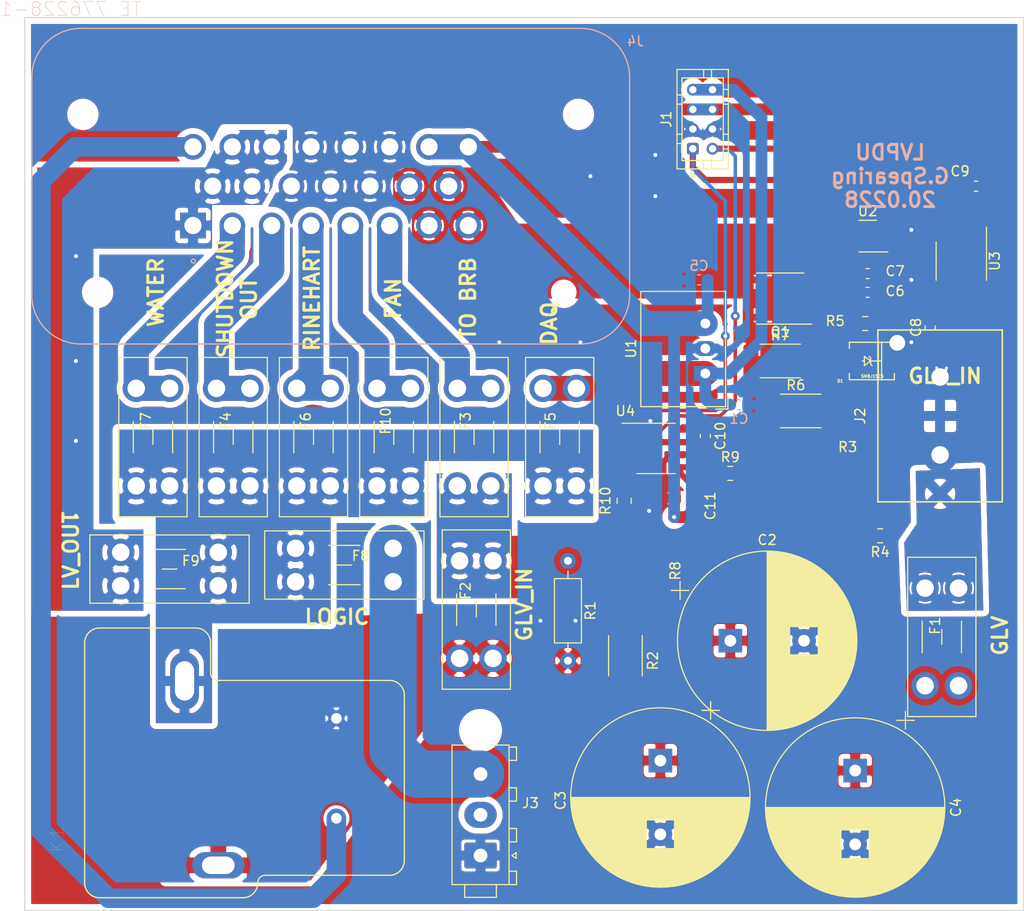
<source format=kicad_pcb>
(kicad_pcb (version 20171130) (host pcbnew 5.1.5-52549c5~84~ubuntu18.04.1)
  (layers (0 F.Cu signal) (31 B.Cu signal) (34 B.Paste user) (35 F.Paste user) (36 B.SilkS user) (37 F.SilkS user) (38 B.Mask user) (39 F.Mask user) (44 Edge.Cuts user))
  (net 0 "")
  (net 1 /SHUTDOWN_OUT)
  (net 2 +12V)
  (net 3 /RINE_PWR)
  (net 4 /COOL_PWR)
  (net 5 /LV_PWR)
  (net 6 /FAN_PWR)
  (net 7 /TO_BRB)
  (net 8 /GLV_IN)
  (net 9 /DCDC_IN)
  (net 10 GND)
  (net 11 +5V)
  (net 12 /FROM_BRB)
  (net 13 /DAQ_PWR)
  (net 14 /VCAP_AB)
  (net 15 /GLV_COMB/VBATT_CUROUT)
  (net 16 "Net-(C7-Pad1)")
  (net 17 "Net-(C8-Pad2)")
  (net 18 "Net-(C8-Pad1)")
  (net 19 "Net-(C10-Pad2)")
  (net 20 "Net-(C10-Pad1)")
  (net 21 /GLV_COMB/VBATT)
  (net 22 /BATT_IN)
  (net 23 /LOGIC)
  (net 24 /SCL)
  (net 25 /SDA)
  (net 26 "Net-(Q1-Pad2)")
  (net 27 /Main_GLV)
  (module AERO_FOOT:DF22-2P-7.92DSA05 (layer F.Cu) (at 201.676 64.008 90)
    (fp_text reference J2 (at 0 -8.128 90) (layer F.SilkS))
    (fp_text value "DF22-2P-7.92DSA(05)")
    (pad 1 thru_hole circle (at 3.96 0 180) (size 3.556 3.556) (drill 1.778) (layers *.Cu *.Mask) (net 10 GND))
    (pad 2 thru_hole circle (at -3.96 0 180) (size 3.556 3.556) (drill 1.778) (layers *.Cu *.Mask) (net 22 /BATT_IN))
    (pad "" np_thru_hole circle (at 7.434986 -4.350004 90) (size 1.6002 1.6002) (drill 1.6002) (layers *.Cu *.Mask))
  )
  (module AERO_FOOT:KRL6432E-M-R003-F-T1 (layer F.Cu) (at 171.45 79.375 180)
    (fp_text reference R8 (at -3.302 -0.381 90) (layer F.SilkS))
    (fp_text value KRL6432E-M-R003-F-T1)
    (pad 1 smd rect (at -1.127801 0 180) (size 1.7556 6.5) (layers F.Cu F.Paste F.Mask) (net 9 /DCDC_IN))
    (pad 2 smd rect (at 1.127801 0 180) (size 1.7556 6.5) (layers F.Cu F.Paste F.Mask) (net 8 /GLV_IN))
  )
  (module AERO_FOOT:KRL6432E-M-R003-F-T1 (layer F.Cu) (at 192.024 70.215801 90)
    (fp_text reference R3 (at 3.048 0.254 180) (layer F.SilkS))
    (fp_text value KRL6432E-M-R003-F-T1)
    (pad 1 smd rect (at -1.127801 0 90) (size 1.7556 6.5) (layers F.Cu F.Paste F.Mask) (net 21 /GLV_COMB/VBATT))
    (pad 2 smd rect (at 1.127801 0 90) (size 1.7556 6.5) (layers F.Cu F.Paste F.Mask) (net 15 /GLV_COMB/VBATT_CUROUT))
  )
  (module AERO_CUSTOM:TE_1-776200-1_23pin_Vertical (layer B.Cu) (at 139.7 40.64)
    (fp_text reference J4 (at 30.988 -14.732) (layer B.SilkS) (effects (justify mirror)))
    (fp_text value "TE 776228-1" (at -26.4509 -18.0258) (layer B.SilkS) (effects (font (size 1.4021 1.4021) (thickness 0.05)) (justify mirror)))
    (pad Hole np_thru_hole circle (at 25.2 -7.3) (size 2 2) (drill 2) (layers *.Cu *.Mask B.SilkS))
    (pad Hole np_thru_hole circle (at -25.2 -7.3) (size 2 2) (drill 2) (layers *.Cu *.Mask B.SilkS))
    (pad Hole np_thru_hole circle (at 23.7 10.8) (size 2 2) (drill 2) (layers *.Cu *.Mask B.SilkS))
    (pad 23 thru_hole circle (at 14 -4) (size 2.625 2.625) (drill 1.75) (layers *.Cu *.Mask) (net 11 +5V))
    (pad 22 thru_hole circle (at 10 -4) (size 2.625 2.625) (drill 1.75) (layers *.Cu *.Mask) (net 11 +5V))
    (pad 21 thru_hole circle (at 6 -4) (size 2.625 2.625) (drill 1.75) (layers *.Cu *.Mask) (net 10 GND))
    (pad 20 thru_hole circle (at 2 -4) (size 2.625 2.625) (drill 1.75) (layers *.Cu *.Mask) (net 10 GND))
    (pad 19 thru_hole circle (at -2 -4) (size 2.625 2.625) (drill 1.75) (layers *.Cu *.Mask) (net 10 GND))
    (pad 18 thru_hole circle (at -6 -4) (size 2.625 2.625) (drill 1.75) (layers *.Cu *.Mask) (net 5 /LV_PWR))
    (pad 17 thru_hole circle (at -10 -4) (size 2.625 2.625) (drill 1.75) (layers *.Cu *.Mask) (net 5 /LV_PWR))
    (pad 16 thru_hole circle (at -14 -4) (size 2.625 2.625) (drill 1.75) (layers *.Cu *.Mask) (net 12 /FROM_BRB))
    (pad 15 thru_hole circle (at 12 0) (size 2.625 2.625) (drill 1.75) (layers *.Cu *.Mask) (net 9 /DCDC_IN))
    (pad 14 thru_hole circle (at 8 0) (size 2.625 2.625) (drill 1.75) (layers *.Cu *.Mask) (net 9 /DCDC_IN))
    (pad 13 thru_hole circle (at 4 0) (size 2.625 2.625) (drill 1.75) (layers *.Cu *.Mask) (net 10 GND))
    (pad 12 thru_hole circle (at 0 0) (size 2.625 2.625) (drill 1.75) (layers *.Cu *.Mask) (net 10 GND))
    (pad 11 thru_hole circle (at -4 0) (size 2.625 2.625) (drill 1.75) (layers *.Cu *.Mask) (net 10 GND))
    (pad 10 thru_hole circle (at -8 0) (size 2.625 2.625) (drill 1.75) (layers *.Cu *.Mask) (net 5 /LV_PWR))
    (pad 9 thru_hole circle (at -12 0) (size 2.625 2.625) (drill 1.75) (layers *.Cu *.Mask) (net 5 /LV_PWR))
    (pad 8 thru_hole circle (at 14 4) (size 2.625 2.625) (drill 1.75) (layers *.Cu *.Mask) (net 9 /DCDC_IN))
    (pad 7 thru_hole circle (at 10 4) (size 2.625 2.625) (drill 1.75) (layers *.Cu *.Mask) (net 9 /DCDC_IN))
    (pad 6 thru_hole circle (at 6 4) (size 2.625 2.625) (drill 1.75) (layers *.Cu *.Mask) (net 7 /TO_BRB))
    (pad 5 thru_hole circle (at 2 4) (size 2.625 2.625) (drill 1.75) (layers *.Cu *.Mask) (net 6 /FAN_PWR))
    (pad 4 thru_hole circle (at -2 4) (size 2.625 2.625) (drill 1.75) (layers *.Cu *.Mask) (net 3 /RINE_PWR))
    (pad 3 thru_hole circle (at -6 4) (size 2.625 2.625) (drill 1.75) (layers *.Cu *.Mask) (net 1 /SHUTDOWN_OUT))
    (pad 2 thru_hole circle (at -10 4) (size 2.625 2.625) (drill 1.75) (layers *.Cu *.Mask) (net 4 /COOL_PWR))
    (pad 1 thru_hole rect (at -14 4) (size 2.625 2.625) (drill 1.75) (layers *.Cu *.Mask) (net 5 /LV_PWR))
    (pad Hole np_thru_hole circle (at -23.7 10.8) (size 2 2) (drill 2) (layers *.Cu *.Mask B.SilkS))
  )
  (module AERO_CUSTOM:TE_MATE-N-LOK_1-770870-x_1x03_P4.14mm_Vertical (layer F.Cu) (at 154.94 108.712 180)
    (fp_text reference J3 (at -5.08 5.334) (layer F.SilkS))
    (fp_text value "TE 1-770872-0")
    (pad "" np_thru_hole circle (at 0 12.72 180) (size 3.18 3.18) (drill 3.18) (layers *.Cu *.Mask))
    (pad 3 thru_hole oval (at 0 8.28 180) (size 3.3 2.64) (drill 1.4) (layers *.Cu *.Mask) (net 23 /LOGIC))
    (pad 2 thru_hole oval (at 0 4.14 180) (size 3.3 2.64) (drill 1.4) (layers *.Cu *.Mask))
    (pad 1 thru_hole roundrect (at 0 0 180) (size 3.3 2.64) (drill 1.4) (layers *.Cu *.Mask) (roundrect_rratio 0.094697) (net 10 GND))
  )
  (module Capacitor_SMD:C_0603_1608Metric_Pad1.05x0.95mm_HandSolder (layer F.Cu) (at 205.345 40.64 180)
    (fp_text reference C9 (at 1.637 1.524) (layer F.SilkS))
    (fp_text value 0.1uF)
    (pad 2 smd roundrect (at 0.875 0 180) (size 1.05 0.95) (layers F.Cu F.Paste F.Mask) (net 10 GND))
    (pad 1 smd roundrect (at -0.875 0 180) (size 1.05 0.95) (layers F.Cu F.Paste F.Mask) (net 11 +5V))
  )
  (module Connector_JST:JST_PHD_B8B-PHDSS_2x04_P2.00mm_Vertical (layer F.Cu) (at 176.53 36.83 90)
    (fp_text reference J1 (at 3 -2.7 90) (layer F.SilkS))
    (fp_text value "B10B-PHDSS(LF)(SN)")
    (pad 8 thru_hole circle (at 6 2 90) (size 1.2 1.2) (drill 0.75) (layers *.Cu *.Mask) (net 13 /DAQ_PWR))
    (pad 6 thru_hole circle (at 4 2 90) (size 1.2 1.2) (drill 0.75) (layers *.Cu *.Mask) (net 11 +5V))
    (pad 4 thru_hole circle (at 2 2 90) (size 1.2 1.2) (drill 0.75) (layers *.Cu *.Mask) (net 10 GND))
    (pad 2 thru_hole circle (at 0 2 90) (size 1.2 1.2) (drill 0.75) (layers *.Cu *.Mask) (net 25 /SDA))
    (pad 7 thru_hole circle (at 6 0 90) (size 1.2 1.2) (drill 0.75) (layers *.Cu *.Mask) (net 13 /DAQ_PWR))
    (pad 5 thru_hole circle (at 4 0 90) (size 1.2 1.2) (drill 0.75) (layers *.Cu *.Mask) (net 11 +5V))
    (pad 3 thru_hole circle (at 2 0 90) (size 1.2 1.2) (drill 0.75) (layers *.Cu *.Mask) (net 10 GND))
    (pad 1 thru_hole roundrect (at 0 0 90) (size 1.2 1.2) (drill 0.75) (layers *.Cu *.Mask) (roundrect_rratio 0.208333) (net 24 /SCL))
  )
  (module Capacitor_SMD:C_0603_1608Metric_Pad1.05x0.95mm_HandSolder (layer F.Cu) (at 175.655 72.39 180)
    (fp_text reference C11 (at -2.653 -0.762 90) (layer F.SilkS))
    (fp_text value 0.1uF)
    (pad 2 smd roundrect (at 0.875 0 180) (size 1.05 0.95) (layers F.Cu F.Paste F.Mask) (net 10 GND))
    (pad 1 smd roundrect (at -0.875 0 180) (size 1.05 0.95) (layers F.Cu F.Paste F.Mask) (net 11 +5V))
  )
  (module Package_SO:SOIC-8_3.9x4.9mm_P1.27mm (layer F.Cu) (at 172.785 67.31)
    (fp_text reference U4 (at -3.113 -3.81) (layer F.SilkS))
    (fp_text value INA219AIDR)
    (pad 8 smd roundrect (at 2.475 -1.905) (size 1.95 0.6) (layers F.Cu F.Paste F.Mask) (net 20 "Net-(C10-Pad1)"))
    (pad 7 smd roundrect (at 2.475 -0.635) (size 1.95 0.6) (layers F.Cu F.Paste F.Mask) (net 19 "Net-(C10-Pad2)"))
    (pad 6 smd roundrect (at 2.475 0.635) (size 1.95 0.6) (layers F.Cu F.Paste F.Mask) (net 10 GND))
    (pad 5 smd roundrect (at 2.475 1.905) (size 1.95 0.6) (layers F.Cu F.Paste F.Mask) (net 11 +5V))
    (pad 4 smd roundrect (at -2.475 1.905) (size 1.95 0.6) (layers F.Cu F.Paste F.Mask) (net 24 /SCL))
    (pad 3 smd roundrect (at -2.475 0.635) (size 1.95 0.6) (layers F.Cu F.Paste F.Mask) (net 25 /SDA))
    (pad 2 smd roundrect (at -2.475 -0.635) (size 1.95 0.6) (layers F.Cu F.Paste F.Mask) (net 10 GND))
    (pad 1 smd roundrect (at -2.475 -1.905) (size 1.95 0.6) (layers F.Cu F.Paste F.Mask) (net 10 GND))
  )
  (module Package_SO:SOIC-8_3.9x4.9mm_P1.27mm (layer F.Cu) (at 203.835 48.26 270)
    (fp_text reference U3 (at 0 -3.4 90) (layer F.SilkS))
    (fp_text value INA219AIDR)
    (pad 8 smd roundrect (at 2.475 -1.905 270) (size 1.95 0.6) (layers F.Cu F.Paste F.Mask) (net 18 "Net-(C8-Pad1)"))
    (pad 7 smd roundrect (at 2.475 -0.635 270) (size 1.95 0.6) (layers F.Cu F.Paste F.Mask) (net 17 "Net-(C8-Pad2)"))
    (pad 6 smd roundrect (at 2.475 0.635 270) (size 1.95 0.6) (layers F.Cu F.Paste F.Mask) (net 10 GND))
    (pad 5 smd roundrect (at 2.475 1.905 270) (size 1.95 0.6) (layers F.Cu F.Paste F.Mask) (net 11 +5V))
    (pad 4 smd roundrect (at -2.475 1.905 270) (size 1.95 0.6) (layers F.Cu F.Paste F.Mask) (net 24 /SCL))
    (pad 3 smd roundrect (at -2.475 0.635 270) (size 1.95 0.6) (layers F.Cu F.Paste F.Mask) (net 25 /SDA))
    (pad 2 smd roundrect (at -2.475 -0.635 270) (size 1.95 0.6) (layers F.Cu F.Paste F.Mask) (net 10 GND))
    (pad 1 smd roundrect (at -2.475 -1.905 270) (size 1.95 0.6) (layers F.Cu F.Paste F.Mask) (net 11 +5V))
  )
  (module Package_TO_SOT_SMD:SOT-23-6_Handsoldering (layer F.Cu) (at 194.31 45.72 180)
    (fp_text reference U2 (at 0 2.54) (layer F.SilkS))
    (fp_text value LM74700QDBVTQ1)
    (pad 5 smd rect (at 1.35 0 180) (size 1.56 0.65) (layers F.Cu F.Paste F.Mask) (net 26 "Net-(Q1-Pad2)"))
    (pad 6 smd rect (at 1.35 -0.95 180) (size 1.56 0.65) (layers F.Cu F.Paste F.Mask) (net 15 /GLV_COMB/VBATT_CUROUT))
    (pad 4 smd rect (at 1.35 0.95 180) (size 1.56 0.65) (layers F.Cu F.Paste F.Mask) (net 9 /DCDC_IN))
    (pad 3 smd rect (at -1.35 0.95 180) (size 1.56 0.65) (layers F.Cu F.Paste F.Mask) (net 15 /GLV_COMB/VBATT_CUROUT))
    (pad 2 smd rect (at -1.35 0 180) (size 1.56 0.65) (layers F.Cu F.Paste F.Mask) (net 10 GND))
    (pad 1 smd rect (at -1.35 -0.95 180) (size 1.56 0.65) (layers F.Cu F.Paste F.Mask) (net 16 "Net-(C7-Pad1)"))
  )
  (module Converter_DCDC:Converter_DCDC_RECOM_R-78E-0.5_THT (layer F.Cu) (at 177.8 59.69 90)
    (fp_text reference U1 (at 2.54 -7.56 90) (layer F.SilkS))
    (fp_text value R-78E5.0-0.5)
    (pad 3 thru_hole oval (at 5.08 0 90) (size 1.5 2.3) (drill 1) (layers *.Cu *.Mask) (net 11 +5V))
    (pad 2 thru_hole oval (at 2.54 0 90) (size 1.5 2.3) (drill 1) (layers *.Cu *.Mask) (net 10 GND))
    (pad 1 thru_hole rect (at 0 0 90) (size 1.5 2.3) (drill 1) (layers *.Cu *.Mask) (net 13 /DAQ_PWR))
  )
  (module Resistor_SMD:R_0805_2012Metric_Pad1.15x1.40mm_HandSolder (layer F.Cu) (at 169.545 72.635 270)
    (fp_text reference R10 (at 0 1.905 90) (layer F.SilkS))
    (fp_text value 10)
    (pad 2 smd roundrect (at 1.025 0 270) (size 1.15 1.4) (layers F.Cu F.Paste F.Mask) (roundrect_rratio 0.217391) (net 8 /GLV_IN))
    (pad 1 smd roundrect (at -1.025 0 270) (size 1.15 1.4) (layers F.Cu F.Paste F.Mask) (roundrect_rratio 0.217391) (net 19 "Net-(C10-Pad2)"))
  )
  (module Resistor_SMD:R_0805_2012Metric_Pad1.15x1.40mm_HandSolder (layer F.Cu) (at 180.34 69.85)
    (fp_text reference R9 (at 0 -1.65) (layer F.SilkS))
    (fp_text value 10)
    (pad 2 smd roundrect (at 1.025 0) (size 1.15 1.4) (layers F.Cu F.Paste F.Mask) (roundrect_rratio 0.217391) (net 9 /DCDC_IN))
    (pad 1 smd roundrect (at -1.025 0) (size 1.15 1.4) (layers F.Cu F.Paste F.Mask) (roundrect_rratio 0.217391) (net 20 "Net-(C10-Pad1)"))
  )
  (module Resistor_SMD:R_2512_6332Metric_Pad1.52x3.35mm_HandSolder (layer F.Cu) (at 185.42 58.42)
    (fp_text reference R7 (at 0 -2.62) (layer F.SilkS))
    (fp_text value 20)
    (pad 2 smd roundrect (at 2.9875 0) (size 1.525 3.35) (layers F.Cu F.Paste F.Mask) (roundrect_rratio 0.163934) (net 15 /GLV_COMB/VBATT_CUROUT))
    (pad 1 smd roundrect (at -2.9875 0) (size 1.525 3.35) (layers F.Cu F.Paste F.Mask) (roundrect_rratio 0.163934) (net 9 /DCDC_IN))
  )
  (module Resistor_SMD:R_2512_6332Metric_Pad1.52x3.35mm_HandSolder (layer F.Cu) (at 187.5125 63.5)
    (fp_text reference R6 (at -0.508 -2.62) (layer F.SilkS))
    (fp_text value 20)
    (pad 2 smd roundrect (at 2.9875 0) (size 1.525 3.35) (layers F.Cu F.Paste F.Mask) (roundrect_rratio 0.163934) (net 15 /GLV_COMB/VBATT_CUROUT))
    (pad 1 smd roundrect (at -2.9875 0) (size 1.525 3.35) (layers F.Cu F.Paste F.Mask) (roundrect_rratio 0.163934) (net 9 /DCDC_IN))
  )
  (module Resistor_SMD:R_0805_2012Metric_Pad1.15x1.40mm_HandSolder (layer F.Cu) (at 194.065 54.61 180)
    (fp_text reference R5 (at 3.057 0.254) (layer F.SilkS))
    (fp_text value 10)
    (pad 2 smd roundrect (at 1.025 0 180) (size 1.15 1.4) (layers F.Cu F.Paste F.Mask) (roundrect_rratio 0.217391) (net 15 /GLV_COMB/VBATT_CUROUT))
    (pad 1 smd roundrect (at -1.025 0 180) (size 1.15 1.4) (layers F.Cu F.Paste F.Mask) (roundrect_rratio 0.217391) (net 17 "Net-(C8-Pad2)"))
  )
  (module Resistor_SMD:R_0805_2012Metric_Pad1.15x1.40mm_HandSolder (layer F.Cu) (at 195.58 76.2 180)
    (fp_text reference R4 (at 0 -1.65) (layer F.SilkS))
    (fp_text value 10)
    (pad 2 smd roundrect (at 1.025 0 180) (size 1.15 1.4) (layers F.Cu F.Paste F.Mask) (roundrect_rratio 0.217391) (net 21 /GLV_COMB/VBATT))
    (pad 1 smd roundrect (at -1.025 0 180) (size 1.15 1.4) (layers F.Cu F.Paste F.Mask) (roundrect_rratio 0.217391) (net 18 "Net-(C8-Pad1)"))
  )
  (module Resistor_SMD:R_2512_6332Metric_Pad1.52x3.35mm_HandSolder (layer F.Cu) (at 169.672 88.392 90)
    (fp_text reference R2 (at -0.508 2.794 90) (layer F.SilkS))
    (fp_text value 50M)
    (pad 2 smd roundrect (at 2.9875 0 90) (size 1.525 3.35) (layers F.Cu F.Paste F.Mask) (roundrect_rratio 0.163934) (net 10 GND))
    (pad 1 smd roundrect (at -2.9875 0 90) (size 1.525 3.35) (layers F.Cu F.Paste F.Mask) (roundrect_rratio 0.163934) (net 14 /VCAP_AB))
  )
  (module Resistor_THT:R_Axial_DIN0207_L6.3mm_D2.5mm_P10.16mm_Horizontal (layer F.Cu) (at 163.83 88.9 90)
    (fp_text reference R1 (at 5.08 2.286 90) (layer F.SilkS))
    (fp_text value RR01J2R0TB)
    (pad 2 thru_hole oval (at 10.16 0 90) (size 1.6 1.6) (drill 0.8) (layers *.Cu *.Mask) (net 8 /GLV_IN))
    (pad 1 thru_hole circle (at 0 0 90) (size 1.6 1.6) (drill 0.8) (layers *.Cu *.Mask) (net 14 /VCAP_AB))
  )
  (module Package_SON:VSONP-8-1EP_5x6_P1.27mm (layer F.Cu) (at 185.42 52.07 180)
    (fp_text reference Q1 (at 0 -3.4) (layer F.SilkS))
    (fp_text value CSD18563Q5A)
    (pad 3 smd rect (at 0.33 0 180) (size 4.35 4.51) (layers F.Cu F.Mask) (net 9 /DCDC_IN))
    (pad 1 smd rect (at -2.8 0.635 180) (size 0.7 0.7) (layers F.Cu F.Paste F.Mask) (net 15 /GLV_COMB/VBATT_CUROUT))
    (pad 1 smd rect (at -2.8 -0.635 180) (size 0.7 0.7) (layers F.Cu F.Paste F.Mask) (net 15 /GLV_COMB/VBATT_CUROUT))
    (pad 1 smd rect (at -2.8 -1.905 180) (size 0.7 0.7) (layers F.Cu F.Paste F.Mask) (net 15 /GLV_COMB/VBATT_CUROUT))
    (pad 2 smd rect (at -2.8 1.905 180) (size 0.7 0.7) (layers F.Cu F.Paste F.Mask) (net 26 "Net-(Q1-Pad2)"))
    (pad 3 smd rect (at 2.8 1.905 180) (size 0.7 0.7) (layers F.Cu F.Paste F.Mask) (net 9 /DCDC_IN))
    (pad 3 smd rect (at 2.8 -1.905 180) (size 0.7 0.7) (layers F.Cu F.Paste F.Mask) (net 9 /DCDC_IN))
    (pad 3 smd rect (at 2.8 -0.635 180) (size 0.7 0.7) (layers F.Cu F.Paste F.Mask) (net 9 /DCDC_IN))
    (pad 3 smd rect (at 2.8 0.635 180) (size 0.7 0.7) (layers F.Cu F.Paste F.Mask) (net 9 /DCDC_IN))
  )
  (module AERO_FOOT:RELAY_T9VV1K15-12S (layer F.Cu) (at 128.27 100.33 90)
    (fp_text reference K1 (at -6.779225 -16.368475 90) (layer F.SilkS) (effects (font (size 1.400906 1.400906) (thickness 0.015))))
    (fp_text value T9VV1K15-12S)
    (pad 1 thru_hole circle (at 5.565 12.01 90) (size 1.635 1.635) (drill 1.09) (layers *.Cu *.Mask) (net 10 GND) (clearance 0.5))
    (pad 2 thru_hole circle (at -4.595 12.01 90) (size 1.635 1.635) (drill 1.09) (layers *.Cu *.Mask) (net 12 /FROM_BRB) (clearance 0.5))
    (pad 4 thru_hole oval (at 9.375 -3.43 90) (size 5.85 2.925) (drill oval 4 1.95) (layers *.Cu *.Mask) (net 2 +12V))
    (pad 3 thru_hole oval (at -9.375 0 90) (size 2.67 5.34) (drill oval 1.78 3.33) (layers *.Cu *.Mask) (net 27 /Main_GLV))
  )
  (module AERO_FOOT:Fuseholder_Blade_Mini_Keystone_3568 (layer F.Cu) (at 144.41714 71.12 90)
    (fp_text reference F10 (at 6.604 0.87086 270) (layer F.SilkS))
    (fp_text value "3568 Mini Blade")
    (pad 1 thru_hole circle (at 0 0 90) (size 2.78 2.78) (drill 1.78) (layers *.Cu *.Mask) (net 2 +12V))
    (pad 1 thru_hole circle (at 0 3.4 90) (size 2.78 2.78) (drill 1.78) (layers *.Cu *.Mask) (net 2 +12V))
    (pad 2 thru_hole circle (at 9.92 0 90) (size 2.78 2.78) (drill 1.78) (layers *.Cu *.Mask) (net 6 /FAN_PWR))
    (pad 2 thru_hole circle (at 9.92 3.4 90) (size 2.78 2.78) (drill 1.78) (layers *.Cu *.Mask) (net 6 /FAN_PWR))
  )
  (module AERO_FOOT:Fuseholder_Blade_Mini_Keystone_3568 (layer F.Cu) (at 128.27 81.28 180)
    (fp_text reference F9 (at 2.794 2.54 180) (layer F.SilkS))
    (fp_text value "3568 Mini Blade")
    (pad 1 thru_hole circle (at 0 0 180) (size 2.78 2.78) (drill 1.78) (layers *.Cu *.Mask) (net 2 +12V))
    (pad 1 thru_hole circle (at 0 3.4 180) (size 2.78 2.78) (drill 1.78) (layers *.Cu *.Mask) (net 2 +12V))
    (pad 2 thru_hole circle (at 9.92 0 180) (size 2.78 2.78) (drill 1.78) (layers *.Cu *.Mask) (net 5 /LV_PWR))
    (pad 2 thru_hole circle (at 9.92 3.4 180) (size 2.78 2.78) (drill 1.78) (layers *.Cu *.Mask) (net 5 /LV_PWR))
  )
  (module AERO_FOOT:Fuseholder_Blade_Mini_Keystone_3568 (layer F.Cu) (at 136.13 77.47)
    (fp_text reference F8 (at 6.618 0.762 180) (layer F.SilkS))
    (fp_text value "3568 Mini Blade")
    (pad 1 thru_hole circle (at 0 0) (size 2.78 2.78) (drill 1.78) (layers *.Cu *.Mask) (net 2 +12V))
    (pad 1 thru_hole circle (at 0 3.4) (size 2.78 2.78) (drill 1.78) (layers *.Cu *.Mask) (net 2 +12V))
    (pad 2 thru_hole circle (at 9.92 0) (size 2.78 2.78) (drill 1.78) (layers *.Cu *.Mask) (net 23 /LOGIC))
    (pad 2 thru_hole circle (at 9.92 3.4) (size 2.78 2.78) (drill 1.78) (layers *.Cu *.Mask) (net 23 /LOGIC))
  )
  (module AERO_FOOT:Fuseholder_Blade_Mini_Keystone_3568 (layer F.Cu) (at 119.924285 71.12 90)
    (fp_text reference F7 (at 6.604 0.979715 90) (layer F.SilkS))
    (fp_text value "3568 Mini Blade")
    (pad 1 thru_hole circle (at 0 0 90) (size 2.78 2.78) (drill 1.78) (layers *.Cu *.Mask) (net 2 +12V))
    (pad 1 thru_hole circle (at 0 3.4 90) (size 2.78 2.78) (drill 1.78) (layers *.Cu *.Mask) (net 2 +12V))
    (pad 2 thru_hole circle (at 9.92 0 90) (size 2.78 2.78) (drill 1.78) (layers *.Cu *.Mask) (net 4 /COOL_PWR))
    (pad 2 thru_hole circle (at 9.92 3.4 90) (size 2.78 2.78) (drill 1.78) (layers *.Cu *.Mask) (net 4 /COOL_PWR))
  )
  (module AERO_FOOT:Fuseholder_Blade_Mini_Keystone_3568 (layer F.Cu) (at 136.252855 71.12 90)
    (fp_text reference F6 (at 6.604 0.907145 90) (layer F.SilkS))
    (fp_text value "3568 Mini Blade")
    (pad 1 thru_hole circle (at 0 0 90) (size 2.78 2.78) (drill 1.78) (layers *.Cu *.Mask) (net 2 +12V))
    (pad 1 thru_hole circle (at 0 3.4 90) (size 2.78 2.78) (drill 1.78) (layers *.Cu *.Mask) (net 2 +12V))
    (pad 2 thru_hole circle (at 9.92 0 90) (size 2.78 2.78) (drill 1.78) (layers *.Cu *.Mask) (net 3 /RINE_PWR))
    (pad 2 thru_hole circle (at 9.92 3.4 90) (size 2.78 2.78) (drill 1.78) (layers *.Cu *.Mask) (net 3 /RINE_PWR))
  )
  (module AERO_FOOT:Fuseholder_Blade_Mini_Keystone_3568 (layer F.Cu) (at 161.29 71.12 90)
    (fp_text reference F5 (at 6.604 0.762 270) (layer F.SilkS))
    (fp_text value "3568 Mini Blade")
    (pad 1 thru_hole circle (at 0 0 90) (size 2.78 2.78) (drill 1.78) (layers *.Cu *.Mask) (net 2 +12V))
    (pad 1 thru_hole circle (at 0 3.4 90) (size 2.78 2.78) (drill 1.78) (layers *.Cu *.Mask) (net 2 +12V))
    (pad 2 thru_hole circle (at 9.92 0 90) (size 2.78 2.78) (drill 1.78) (layers *.Cu *.Mask) (net 13 /DAQ_PWR))
    (pad 2 thru_hole circle (at 9.92 3.4 90) (size 2.78 2.78) (drill 1.78) (layers *.Cu *.Mask) (net 13 /DAQ_PWR))
  )
  (module AERO_FOOT:Fuseholder_Blade_Mini_Keystone_3568 (layer F.Cu) (at 128.08857 71.12 90)
    (fp_text reference F4 (at 6.604 0.94343 90) (layer F.SilkS))
    (fp_text value "3568 Mini Blade")
    (pad 1 thru_hole circle (at 0 0 90) (size 2.78 2.78) (drill 1.78) (layers *.Cu *.Mask) (net 2 +12V))
    (pad 1 thru_hole circle (at 0 3.4 90) (size 2.78 2.78) (drill 1.78) (layers *.Cu *.Mask) (net 2 +12V))
    (pad 2 thru_hole circle (at 9.92 0 90) (size 2.78 2.78) (drill 1.78) (layers *.Cu *.Mask) (net 1 /SHUTDOWN_OUT))
    (pad 2 thru_hole circle (at 9.92 3.4 90) (size 2.78 2.78) (drill 1.78) (layers *.Cu *.Mask) (net 1 /SHUTDOWN_OUT))
  )
  (module AERO_FOOT:Fuseholder_Blade_Mini_Keystone_3568 (layer F.Cu) (at 155.981425 61.2 270)
    (fp_text reference F3 (at 3.316 2.565425 270) (layer F.SilkS))
    (fp_text value "3568 Mini Blade")
    (pad 1 thru_hole circle (at 0 0 270) (size 2.78 2.78) (drill 1.78) (layers *.Cu *.Mask) (net 7 /TO_BRB))
    (pad 1 thru_hole circle (at 0 3.4 270) (size 2.78 2.78) (drill 1.78) (layers *.Cu *.Mask) (net 7 /TO_BRB))
    (pad 2 thru_hole circle (at 9.92 0 270) (size 2.78 2.78) (drill 1.78) (layers *.Cu *.Mask) (net 8 /GLV_IN))
    (pad 2 thru_hole circle (at 9.92 3.4 270) (size 2.78 2.78) (drill 1.78) (layers *.Cu *.Mask) (net 8 /GLV_IN))
  )
  (module AERO_FOOT:Fuseholder_Blade_Mini_Keystone_3568 (layer F.Cu) (at 156.21 78.74 270)
    (fp_text reference F2 (at 3.048 2.794 270) (layer F.SilkS))
    (fp_text value "3568 Mini Blade")
    (pad 1 thru_hole circle (at 0 0 270) (size 2.78 2.78) (drill 1.78) (layers *.Cu *.Mask) (net 8 /GLV_IN))
    (pad 1 thru_hole circle (at 0 3.4 270) (size 2.78 2.78) (drill 1.78) (layers *.Cu *.Mask) (net 8 /GLV_IN))
    (pad 2 thru_hole circle (at 9.92 0 270) (size 2.78 2.78) (drill 1.78) (layers *.Cu *.Mask) (net 27 /Main_GLV))
    (pad 2 thru_hole circle (at 9.92 3.4 270) (size 2.78 2.78) (drill 1.78) (layers *.Cu *.Mask) (net 27 /Main_GLV))
  )
  (module AERO_FOOT:Fuseholder_Blade_Mini_Keystone_3568 (layer F.Cu) (at 200.152 91.44 90)
    (fp_text reference F1 (at 6.096 1.016 270) (layer F.SilkS))
    (fp_text value "3568 Mini Blade")
    (pad 1 thru_hole circle (at 0 0 90) (size 2.78 2.78) (drill 1.78) (layers *.Cu *.Mask) (net 21 /GLV_COMB/VBATT))
    (pad 1 thru_hole circle (at 0 3.4 90) (size 2.78 2.78) (drill 1.78) (layers *.Cu *.Mask) (net 21 /GLV_COMB/VBATT))
    (pad 2 thru_hole circle (at 9.92 0 90) (size 2.78 2.78) (drill 1.78) (layers *.Cu *.Mask) (net 22 /BATT_IN))
    (pad 2 thru_hole circle (at 9.92 3.4 90) (size 2.78 2.78) (drill 1.78) (layers *.Cu *.Mask) (net 22 /BATT_IN))
  )
  (module AERO_FOOT:DO-214AA (layer F.Cu) (at 194.73926 58.42)
    (fp_text reference D1 (at -3.22326 2.032) (layer F.SilkS) (effects (font (size 0.29972 0.29972) (thickness 0.0762))))
    (fp_text value SMBJ15CA (at 0.0508 1.5494) (layer F.SilkS) (effects (font (size 0.29972 0.29972) (thickness 0.0762))))
    (pad 2 smd rect (at 2.11074 0) (size 1.62052 2.17932) (layers F.Cu F.Paste F.Mask) (net 10 GND))
    (pad 1 smd rect (at -2.11074 0) (size 1.62052 2.17932) (layers F.Cu F.Paste F.Mask) (net 15 /GLV_COMB/VBATT_CUROUT))
  )
  (module Capacitor_SMD:C_0603_1608Metric_Pad1.05x0.95mm_HandSolder (layer F.Cu) (at 177.8 66.04 270)
    (fp_text reference C10 (at 0 -1.524 90) (layer F.SilkS))
    (fp_text value 1uF)
    (pad 2 smd roundrect (at 0.875 0 270) (size 1.05 0.95) (layers F.Cu F.Paste F.Mask) (net 19 "Net-(C10-Pad2)"))
    (pad 1 smd roundrect (at -0.875 0 270) (size 1.05 0.95) (layers F.Cu F.Paste F.Mask) (net 20 "Net-(C10-Pad1)"))
  )
  (module Capacitor_SMD:C_0603_1608Metric_Pad1.05x0.95mm_HandSolder (layer F.Cu) (at 200.66 55.005 90)
    (fp_text reference C8 (at 0 -1.43 90) (layer F.SilkS))
    (fp_text value 1uF)
    (pad 2 smd roundrect (at 0.875 0 90) (size 1.05 0.95) (layers F.Cu F.Paste F.Mask) (net 17 "Net-(C8-Pad2)"))
    (pad 1 smd roundrect (at -0.875 0 90) (size 1.05 0.95) (layers F.Cu F.Paste F.Mask) (net 18 "Net-(C8-Pad1)"))
  )
  (module Capacitor_SMD:C_0603_1608Metric_Pad1.05x0.95mm_HandSolder (layer F.Cu) (at 194.31 49.53 180)
    (fp_text reference C7 (at -2.794 0.254) (layer F.SilkS))
    (fp_text value 0.1uF)
    (pad 2 smd roundrect (at 0.875 0 180) (size 1.05 0.95) (layers F.Cu F.Paste F.Mask) (net 15 /GLV_COMB/VBATT_CUROUT))
    (pad 1 smd roundrect (at -0.875 0 180) (size 1.05 0.95) (layers F.Cu F.Paste F.Mask) (net 16 "Net-(C7-Pad1)"))
  )
  (module Capacitor_SMD:C_0603_1608Metric_Pad1.05x0.95mm_HandSolder (layer F.Cu) (at 194.31 51.435 180)
    (fp_text reference C6 (at -2.794 0.127) (layer F.SilkS))
    (fp_text value 22nF)
    (pad 2 smd roundrect (at 0.875 0 180) (size 1.05 0.95) (layers F.Cu F.Paste F.Mask) (net 15 /GLV_COMB/VBATT_CUROUT))
    (pad 1 smd roundrect (at -0.875 0 180) (size 1.05 0.95) (layers F.Cu F.Paste F.Mask) (net 10 GND))
  )
  (module Capacitor_SMD:C_0603_1608Metric_Pad1.05x0.95mm_HandSolder (layer B.Cu) (at 177.165 50.165 180)
    (fp_text reference C5 (at 0 1.43 180) (layer B.SilkS) (effects (justify mirror)))
    (fp_text value 10u)
    (pad 2 smd roundrect (at 0.875 0 180) (size 1.05 0.95) (layers B.Cu B.Paste B.Mask) (net 10 GND))
    (pad 1 smd roundrect (at -0.875 0 180) (size 1.05 0.95) (layers B.Cu B.Paste B.Mask) (net 11 +5V))
  )
  (module Capacitor_THT:CP_Radial_D18.0mm_P7.50mm (layer F.Cu) (at 193.04 100.076 270)
    (fp_text reference C4 (at 3.75 -10.25 90) (layer F.SilkS))
    (fp_text value URS1E472MHD)
    (pad 2 thru_hole circle (at 7.5 0 270) (size 2.4 2.4) (drill 1.2) (layers *.Cu *.Mask) (net 10 GND))
    (pad 1 thru_hole rect (at 0 0 270) (size 2.4 2.4) (drill 1.2) (layers *.Cu *.Mask) (net 14 /VCAP_AB))
  )
  (module Capacitor_THT:CP_Radial_D18.0mm_P7.50mm (layer F.Cu) (at 173.228 99.06 270)
    (fp_text reference C3 (at 4.064 10.16 90) (layer F.SilkS))
    (fp_text value URS1E472MHD)
    (pad 2 thru_hole circle (at 7.5 0 270) (size 2.4 2.4) (drill 1.2) (layers *.Cu *.Mask) (net 10 GND))
    (pad 1 thru_hole rect (at 0 0 270) (size 2.4 2.4) (drill 1.2) (layers *.Cu *.Mask) (net 14 /VCAP_AB))
  )
  (module Capacitor_THT:CP_Radial_D18.0mm_P7.50mm (layer F.Cu) (at 180.34 86.868)
    (fp_text reference C2 (at 3.75 -10.25) (layer F.SilkS))
    (fp_text value URS1E472MHD)
    (pad 2 thru_hole circle (at 7.5 0) (size 2.4 2.4) (drill 1.2) (layers *.Cu *.Mask) (net 10 GND))
    (pad 1 thru_hole rect (at 0 0) (size 2.4 2.4) (drill 1.2) (layers *.Cu *.Mask) (net 14 /VCAP_AB))
  )
  (module Capacitor_SMD:C_0603_1608Metric_Pad1.05x0.95mm_HandSolder (layer B.Cu) (at 181.215 62.865)
    (fp_text reference C1 (at 0 1.43 180) (layer B.SilkS) (effects (justify mirror)))
    (fp_text value 1u)
    (pad 2 smd roundrect (at 0.875 0) (size 1.05 0.95) (layers B.Cu B.Paste B.Mask) (net 10 GND))
    (pad 1 smd roundrect (at -0.875 0) (size 1.05 0.95) (layers B.Cu B.Paste B.Mask) (net 13 /DAQ_PWR))
  )
  (gr_text "LVPDU\nG.Spearing\n20.0228" (at 196.596 39.624) (layer B.SilkS) (effects (font (size 1.5 1.5) (thickness 0.3)) (justify mirror)))
  (gr_text GLV (at 207.772 86.36 90) (layer F.SilkS) (effects (font (size 1.5 1.5) (thickness 0.3))))
  (gr_text "GLV_IN\n" (at 202.184 59.944) (layer F.SilkS) (effects (font (size 1.5 1.5) (thickness 0.3))))
  (gr_text GLV_IN (at 159.385 83.185 90) (layer F.SilkS) (effects (font (size 1.5 1.5) (thickness 0.3))))
  (gr_text LOGIC (at 140.335 84.455) (layer F.SilkS) (effects (font (size 1.5 1.5) (thickness 0.3))))
  (gr_text LV_OUT (at 113.284 77.724 90) (layer F.SilkS) (effects (font (size 1.5 1.5) (thickness 0.3))))
  (gr_text DAQ (at 161.925 54.61 90) (layer F.SilkS) (effects (font (size 1.5 1.5) (thickness 0.3))))
  (gr_text "TO BRB" (at 153.67 52.07 90) (layer F.SilkS) (effects (font (size 1.5 1.5) (thickness 0.3))))
  (gr_text "FAN\n" (at 146.05 52.07 90) (layer F.SilkS) (effects (font (size 1.5 1.5) (thickness 0.3))))
  (gr_text RINEHART (at 137.795 52.07 90) (layer F.SilkS) (effects (font (size 1.5 1.5) (thickness 0.3))))
  (gr_text "SHUTDOWN\nOUT" (at 130.175 52.07 90) (layer F.SilkS) (effects (font (size 1.5 1.5) (thickness 0.3))))
  (gr_text WATER (at 121.92 51.435 90) (layer F.SilkS) (effects (font (size 1.5 1.5) (thickness 0.3))))
  (gr_line (start 210.185 23.495) (end 210.185 114.3) (layer Edge.Cuts) (width 0.1))
  (gr_line (start 108.585 23.495) (end 210.185 23.495) (layer Edge.Cuts) (width 0.1))
  (gr_line (start 108.585 114.3) (end 108.585 23.495) (layer Edge.Cuts) (width 0.1))
  (gr_line (start 210.185 114.3) (end 108.585 114.3) (layer Edge.Cuts) (width 0.1))
  (segment (start 133.7 44.64) (end 133.7 49.18) (width 2.54) (layer F.Cu) (net 1))
  (segment (start 128.08857 54.79143) (end 128.08857 61.2) (width 2.54) (layer F.Cu) (net 1))
  (segment (start 133.7 49.18) (end 128.08857 54.79143) (width 2.54) (layer F.Cu) (net 1))
  (segment (start 131.48857 61.2) (end 128.08857 61.2) (width 2.54) (layer F.Cu) (net 1))
  (segment (start 128.08857 61.2) (end 131.48857 61.2) (width 2.54) (layer B.Cu) (net 1))
  (segment (start 133.7 44.64) (end 133.7 49.18) (width 2.54) (layer B.Cu) (net 1))
  (segment (start 128.08857 54.79143) (end 128.08857 61.2) (width 2.54) (layer B.Cu) (net 1))
  (segment (start 133.7 49.18) (end 128.08857 54.79143) (width 2.54) (layer B.Cu) (net 1))
  (segment (start 137.7 59.752855) (end 137.7 44.64) (width 2.54) (layer B.Cu) (net 3))
  (segment (start 136.252855 61.2) (end 137.7 59.752855) (width 2.54) (layer B.Cu) (net 3))
  (segment (start 139.652855 61.2) (end 136.252855 61.2) (width 2.54) (layer B.Cu) (net 3))
  (segment (start 137.7 60.865) (end 137.795 60.96) (width 2.54) (layer F.Cu) (net 3))
  (segment (start 137.7 44.64) (end 137.7 60.865) (width 2.54) (layer F.Cu) (net 3))
  (segment (start 139.652855 61.2) (end 137.795 60.96) (width 2.54) (layer F.Cu) (net 3))
  (segment (start 137.795 60.96) (end 136.252855 61.2) (width 2.54) (layer F.Cu) (net 3))
  (segment (start 129.7 44.64) (end 129.7 47.465) (width 2.54) (layer B.Cu) (net 4))
  (segment (start 119.924285 57.240715) (end 119.924285 61.2) (width 2.54) (layer B.Cu) (net 4))
  (segment (start 129.7 47.465) (end 119.924285 57.240715) (width 2.54) (layer B.Cu) (net 4))
  (segment (start 123.324285 61.2) (end 119.924285 61.2) (width 2.54) (layer B.Cu) (net 4))
  (segment (start 129.7 46.496155) (end 129.54 46.656155) (width 2.54) (layer F.Cu) (net 4))
  (segment (start 129.7 44.64) (end 129.7 46.496155) (width 2.54) (layer F.Cu) (net 4))
  (segment (start 129.54 46.656155) (end 129.54 47.625) (width 2.54) (layer F.Cu) (net 4))
  (segment (start 119.924285 57.240715) (end 119.924285 61.2) (width 2.54) (layer F.Cu) (net 4))
  (segment (start 129.54 47.625) (end 119.924285 57.240715) (width 2.54) (layer F.Cu) (net 4))
  (segment (start 119.924285 61.2) (end 123.324285 61.2) (width 2.54) (layer F.Cu) (net 4))
  (via (at 113.792 74.168) (size 0.9) (drill 0.4) (layers F.Cu B.Cu) (net 5))
  (via (at 113.792 66.548) (size 0.9) (drill 0.4) (layers F.Cu B.Cu) (net 5))
  (via (at 113.792 58.42) (size 0.9) (drill 0.4) (layers F.Cu B.Cu) (net 5))
  (via (at 113.792 47.752) (size 0.9) (drill 0.4) (layers F.Cu B.Cu) (net 5))
  (segment (start 141.7 44.64) (end 141.7 54.07) (width 2.54) (layer B.Cu) (net 6))
  (segment (start 144.41714 56.78714) (end 144.41714 61.2) (width 2.54) (layer B.Cu) (net 6))
  (segment (start 141.7 54.07) (end 144.41714 56.78714) (width 2.54) (layer B.Cu) (net 6))
  (segment (start 147.81714 61.2) (end 144.41714 61.2) (width 2.54) (layer B.Cu) (net 6))
  (segment (start 141.7 44.64) (end 141.7 54.07) (width 2.54) (layer F.Cu) (net 6))
  (segment (start 144.41714 56.78714) (end 144.41714 61.2) (width 2.54) (layer F.Cu) (net 6))
  (segment (start 141.7 54.07) (end 144.41714 56.78714) (width 2.54) (layer F.Cu) (net 6))
  (segment (start 147.81714 61.2) (end 144.41714 61.2) (width 2.54) (layer F.Cu) (net 6))
  (segment (start 145.7 44.64) (end 145.7 51.085) (width 2.54) (layer B.Cu) (net 7))
  (segment (start 152.581425 57.966425) (end 152.581425 61.2) (width 2.54) (layer B.Cu) (net 7))
  (segment (start 145.7 51.085) (end 152.581425 57.966425) (width 2.54) (layer B.Cu) (net 7))
  (segment (start 155.981425 61.2) (end 152.581425 61.2) (width 2.54) (layer B.Cu) (net 7))
  (segment (start 145.7 44.64) (end 145.7 51.085) (width 2.54) (layer F.Cu) (net 7))
  (segment (start 152.581425 57.966425) (end 152.581425 61.2) (width 2.54) (layer F.Cu) (net 7))
  (segment (start 145.7 51.085) (end 152.581425 57.966425) (width 2.54) (layer F.Cu) (net 7))
  (segment (start 155.981425 61.2) (end 152.581425 61.2) (width 2.54) (layer F.Cu) (net 7))
  (segment (start 163.83 78.74) (end 168.275 78.74) (width 4.8) (layer F.Cu) (net 8))
  (segment (start 169.545 78.597801) (end 170.322199 79.375) (width 1.2) (layer F.Cu) (net 8))
  (segment (start 169.545 73.66) (end 169.545 78.597801) (width 1.2) (layer F.Cu) (net 8))
  (segment (start 192.96 44.77) (end 184.465 44.77) (width 0.625) (layer F.Cu) (net 9))
  (segment (start 174.78 71.915) (end 173.54501 70.68001) (width 0.625) (layer F.Cu) (net 10))
  (segment (start 174.78 72.39) (end 174.78 71.915) (width 0.625) (layer F.Cu) (net 10))
  (segment (start 174.285 67.945) (end 175.26 67.945) (width 0.625) (layer F.Cu) (net 10))
  (segment (start 173.54501 70.68001) (end 173.54501 68.68499) (width 0.625) (layer F.Cu) (net 10))
  (segment (start 173.54501 68.68499) (end 174.285 67.945) (width 0.625) (layer F.Cu) (net 10))
  (via (at 172.085 73.66) (size 0.9) (drill 0.4) (layers F.Cu B.Cu) (net 10))
  (via (at 198.755 56.515) (size 0.9) (drill 0.4) (layers F.Cu B.Cu) (net 10))
  (via (at 198.755 50.165) (size 0.9) (drill 0.4) (layers F.Cu B.Cu) (net 10))
  (via (at 172.72 37.465) (size 0.9) (drill 0.4) (layers F.Cu B.Cu) (net 10))
  (via (at 198.755 45.085) (size 0.9) (drill 0.4) (layers F.Cu B.Cu) (net 10))
  (segment (start 195.66 45.72) (end 198.755 45.72) (width 0.625) (layer F.Cu) (net 10))
  (via (at 165.1 56.515) (size 0.9) (drill 0.4) (layers F.Cu B.Cu) (net 10))
  (via (at 156.845 56.515) (size 0.9) (drill 0.4) (layers F.Cu B.Cu) (net 10))
  (via (at 172.212 64.516) (size 0.9) (drill 0.4) (layers F.Cu B.Cu) (net 10))
  (via (at 166.116 39.624) (size 0.9) (drill 0.4) (layers F.Cu B.Cu) (net 10))
  (via (at 172.72 41.656) (size 0.9) (drill 0.4) (layers F.Cu B.Cu) (net 10))
  (via (at 164.592 84.836) (size 0.9) (drill 0.4) (layers F.Cu B.Cu) (net 10))
  (via (at 161.036 84.836) (size 0.9) (drill 0.4) (layers F.Cu B.Cu) (net 10))
  (segment (start 175.26 69.215) (end 175.26 69.85) (width 0.625) (layer F.Cu) (net 11))
  (segment (start 176.53 71.12) (end 176.53 72.39) (width 0.625) (layer F.Cu) (net 11))
  (segment (start 175.26 69.85) (end 176.53 71.12) (width 0.625) (layer F.Cu) (net 11))
  (segment (start 176.53 32.83) (end 178.53 32.83) (width 1.2) (layer B.Cu) (net 11))
  (segment (start 205.74 45.785) (end 205.74 43.815) (width 0.625) (layer F.Cu) (net 11))
  (segment (start 206.22 43.335) (end 206.22 40.64) (width 0.625) (layer F.Cu) (net 11))
  (segment (start 205.74 43.815) (end 206.22 43.335) (width 0.625) (layer F.Cu) (net 11))
  (segment (start 149.7 36.64) (end 153.7 36.64) (width 2.54) (layer F.Cu) (net 11))
  (segment (start 153.7 36.64) (end 166.56 36.64) (width 1.2) (layer F.Cu) (net 11))
  (segment (start 170.37 32.83) (end 176.53 32.83) (width 1.2) (layer F.Cu) (net 11))
  (segment (start 166.56 36.64) (end 170.37 32.83) (width 1.2) (layer F.Cu) (net 11))
  (segment (start 176.53 32.83) (end 178.53 32.83) (width 1.2) (layer F.Cu) (net 11))
  (segment (start 178.04 54.37) (end 177.8 54.61) (width 1.2) (layer B.Cu) (net 11))
  (segment (start 178.04 50.165) (end 178.04 54.37) (width 1.2) (layer B.Cu) (net 11))
  (segment (start 175.45 54.61) (end 177.8 54.61) (width 1.2) (layer B.Cu) (net 11))
  (segment (start 174.625 55.435) (end 175.45 54.61) (width 1.2) (layer B.Cu) (net 11))
  (via (at 174.625 74.295) (size 0.9) (drill 0.4) (layers F.Cu B.Cu) (net 11))
  (segment (start 174.625 74.295) (end 174.625 55.435) (width 1.2) (layer B.Cu) (net 11))
  (segment (start 176.53 73.66) (end 176.53 72.39) (width 1.2) (layer F.Cu) (net 11))
  (segment (start 174.625 74.295) (end 175.895 74.295) (width 1.2) (layer F.Cu) (net 11))
  (segment (start 175.895 74.295) (end 176.53 73.66) (width 1.2) (layer F.Cu) (net 11))
  (segment (start 178.53 32.83) (end 200.47 32.83) (width 1.2) (layer F.Cu) (net 11))
  (segment (start 206.22 38.58) (end 206.22 40.64) (width 1.2) (layer F.Cu) (net 11))
  (segment (start 200.47 32.83) (end 206.22 38.58) (width 1.2) (layer F.Cu) (net 11))
  (segment (start 205.74 46.76) (end 204.24 48.26) (width 0.625) (layer F.Cu) (net 11))
  (segment (start 205.74 45.785) (end 205.74 46.76) (width 0.625) (layer F.Cu) (net 11))
  (segment (start 204.24 48.26) (end 202.565 48.26) (width 0.625) (layer F.Cu) (net 11))
  (segment (start 201.93 48.895) (end 201.93 50.735) (width 0.625) (layer F.Cu) (net 11))
  (segment (start 202.565 48.26) (end 201.93 48.895) (width 0.625) (layer F.Cu) (net 11))
  (segment (start 149.7 36.64) (end 153.7 36.64) (width 2.54) (layer B.Cu) (net 11))
  (segment (start 153.7 36.64) (end 170.4 53.34) (width 2.54) (layer B.Cu) (net 11))
  (segment (start 171.67 54.61) (end 170.4 53.34) (width 2.54) (layer B.Cu) (net 11))
  (segment (start 177.8 54.61) (end 171.67 54.61) (width 2.54) (layer B.Cu) (net 11))
  (segment (start 125.7 36.64) (end 113.728 36.64) (width 2) (layer B.Cu) (net 12))
  (segment (start 113.728 36.64) (end 110.236 40.132) (width 2) (layer B.Cu) (net 12))
  (segment (start 110.236 40.132) (end 110.236 106.172) (width 2) (layer B.Cu) (net 12))
  (segment (start 110.236 106.172) (end 117.11399 113.04999) (width 2) (layer B.Cu) (net 12))
  (segment (start 117.11399 113.04999) (end 137.90201 113.04999) (width 2) (layer B.Cu) (net 12))
  (segment (start 140.28 110.672) (end 140.28 104.925) (width 2) (layer B.Cu) (net 12))
  (segment (start 137.90201 113.04999) (end 140.28 110.672) (width 2) (layer B.Cu) (net 12))
  (segment (start 161.29 61.2) (end 164.69 61.2) (width 2.54) (layer F.Cu) (net 13))
  (segment (start 180.15 59.69) (end 183.515 56.325) (width 1.2) (layer B.Cu) (net 13))
  (segment (start 177.8 59.69) (end 180.15 59.69) (width 1.2) (layer B.Cu) (net 13))
  (segment (start 183.515 56.325) (end 183.515 33.655) (width 1.2) (layer B.Cu) (net 13))
  (segment (start 180.69 30.83) (end 176.53 30.83) (width 1.2) (layer B.Cu) (net 13))
  (segment (start 183.515 33.655) (end 180.69 30.83) (width 1.2) (layer B.Cu) (net 13))
  (segment (start 177.8 62.23) (end 177.8 59.69) (width 1.2) (layer B.Cu) (net 13))
  (segment (start 180.34 62.865) (end 178.435 62.865) (width 1.2) (layer B.Cu) (net 13))
  (segment (start 178.435 62.865) (end 177.8 62.23) (width 1.2) (layer B.Cu) (net 13))
  (segment (start 164.69 61.2) (end 166.655756 61.2) (width 2.54) (layer F.Cu) (net 13))
  (segment (start 166.655756 61.2) (end 168.165756 59.69) (width 2.54) (layer F.Cu) (net 13))
  (segment (start 168.165756 59.69) (end 177.8 59.69) (width 2.54) (layer F.Cu) (net 13))
  (segment (start 194.037502 46.67) (end 192.96 46.67) (width 0.625) (layer F.Cu) (net 15))
  (segment (start 194.252501 46.455001) (end 194.037502 46.67) (width 0.625) (layer F.Cu) (net 15))
  (segment (start 194.252501 45.099997) (end 194.252501 46.455001) (width 0.625) (layer F.Cu) (net 15))
  (segment (start 195.66 44.77) (end 194.582498 44.77) (width 0.625) (layer F.Cu) (net 15))
  (segment (start 194.582498 44.77) (end 194.252501 45.099997) (width 0.625) (layer F.Cu) (net 15))
  (segment (start 195.185 49.53) (end 195.185 48.655) (width 0.625) (layer F.Cu) (net 16))
  (segment (start 195.66 48.18) (end 195.66 46.67) (width 0.625) (layer F.Cu) (net 16))
  (segment (start 195.185 48.655) (end 195.66 48.18) (width 0.625) (layer F.Cu) (net 16))
  (segment (start 195.09 54.61) (end 198.12 54.61) (width 0.625) (layer F.Cu) (net 17))
  (segment (start 198.6 54.13) (end 200.66 54.13) (width 0.625) (layer F.Cu) (net 17))
  (segment (start 198.12 54.61) (end 198.6 54.13) (width 0.625) (layer F.Cu) (net 17))
  (segment (start 200.66 54.13) (end 203.68 54.13) (width 0.625) (layer F.Cu) (net 17))
  (segment (start 204.47 53.34) (end 204.47 50.735) (width 0.625) (layer F.Cu) (net 17))
  (segment (start 203.68 54.13) (end 204.47 53.34) (width 0.625) (layer F.Cu) (net 17))
  (segment (start 200.66 55.88) (end 204.47 55.88) (width 0.625) (layer F.Cu) (net 18))
  (segment (start 205.74 54.61) (end 205.74 50.735) (width 0.625) (layer F.Cu) (net 18))
  (segment (start 204.47 55.88) (end 205.74 54.61) (width 0.625) (layer F.Cu) (net 18))
  (segment (start 196.605 76.2) (end 196.605 64.507) (width 0.625) (layer F.Cu) (net 18))
  (segment (start 200.66 60.452) (end 200.66 55.88) (width 0.625) (layer F.Cu) (net 18))
  (segment (start 196.605 64.507) (end 200.66 60.452) (width 0.625) (layer F.Cu) (net 18))
  (segment (start 177.56 66.675) (end 177.8 66.915) (width 0.625) (layer F.Cu) (net 19))
  (segment (start 175.26 66.675) (end 177.56 66.675) (width 0.625) (layer F.Cu) (net 19))
  (segment (start 169.545 71.61) (end 170.96 71.61) (width 0.625) (layer F.Cu) (net 19))
  (segment (start 170.96 71.61) (end 172.72 69.85) (width 0.625) (layer F.Cu) (net 19))
  (segment (start 172.72 69.85) (end 172.72 67.31) (width 0.625) (layer F.Cu) (net 19))
  (segment (start 173.355 66.675) (end 175.26 66.675) (width 0.625) (layer F.Cu) (net 19))
  (segment (start 172.72 67.31) (end 173.355 66.675) (width 0.625) (layer F.Cu) (net 19))
  (segment (start 175.5 65.165) (end 175.26 65.405) (width 0.625) (layer F.Cu) (net 20))
  (segment (start 177.8 65.165) (end 175.5 65.165) (width 0.625) (layer F.Cu) (net 20))
  (segment (start 179.315 66.68) (end 179.315 69.85) (width 0.625) (layer F.Cu) (net 20))
  (segment (start 177.8 65.165) (end 179.315 66.68) (width 0.625) (layer F.Cu) (net 20))
  (segment (start 203.552 91.44) (end 200.152 91.44) (width 4.8) (layer F.Cu) (net 21))
  (segment (start 200.152 91.44) (end 192.024 83.312) (width 4.8) (layer F.Cu) (net 21))
  (segment (start 192.024 83.312) (end 192.024 76.2) (width 4.8) (layer F.Cu) (net 21))
  (segment (start 194.555 76.2) (end 192.024 76.2) (width 0.625) (layer F.Cu) (net 21))
  (segment (start 192.024 76.2) (end 192.024 72.565801) (width 4.8) (layer F.Cu) (net 21))
  (segment (start 146.05 77.47) (end 146.05 80.87) (width 4.8) (layer B.Cu) (net 23))
  (segment (start 148.49 100.432) (end 154.94 100.432) (width 4.8) (layer B.Cu) (net 23))
  (segment (start 146.05 97.992) (end 148.49 100.432) (width 4.8) (layer B.Cu) (net 23))
  (segment (start 146.05 80.87) (end 146.05 97.992) (width 4.8) (layer B.Cu) (net 23))
  (segment (start 201.93 45.785) (end 201.93 44.45) (width 0.625) (layer F.Cu) (net 24))
  (segment (start 201.93 44.45) (end 197.485 40.005) (width 0.625) (layer F.Cu) (net 24))
  (segment (start 197.485 40.005) (end 177.8 40.005) (width 0.625) (layer F.Cu) (net 24))
  (segment (start 176.53 38.735) (end 176.53 36.83) (width 0.625) (layer F.Cu) (net 24))
  (segment (start 177.8 40.005) (end 176.53 38.735) (width 0.625) (layer F.Cu) (net 24))
  (segment (start 170.31 69.215) (end 168.783 69.215) (width 0.36) (layer F.Cu) (net 24))
  (segment (start 168.783 69.215) (end 168.148 68.58) (width 0.36) (layer F.Cu) (net 24))
  (segment (start 168.148 68.58) (end 168.148 65.024) (width 0.36) (layer F.Cu) (net 24))
  (segment (start 168.148 65.024) (end 169.72401 63.44799) (width 0.36) (layer F.Cu) (net 24))
  (segment (start 178.86801 63.44799) (end 179.832 62.484) (width 0.36) (layer F.Cu) (net 24))
  (segment (start 169.72401 63.44799) (end 178.86801 63.44799) (width 0.36) (layer F.Cu) (net 24))
  (via (at 179.832 55.88) (size 0.9) (drill 0.4) (layers F.Cu B.Cu) (net 24))
  (segment (start 179.832 62.484) (end 179.832 55.88) (width 0.36) (layer F.Cu) (net 24))
  (segment (start 176.53 38.862) (end 176.53 36.83) (width 0.36) (layer B.Cu) (net 24))
  (segment (start 179.832 55.88) (end 179.832 42.164) (width 0.36) (layer B.Cu) (net 24))
  (segment (start 179.832 42.164) (end 176.53 38.862) (width 0.36) (layer B.Cu) (net 24))
  (segment (start 203.2 45.785) (end 203.2 43.815) (width 0.625) (layer F.Cu) (net 25))
  (segment (start 196.215 36.83) (end 178.53 36.83) (width 0.625) (layer F.Cu) (net 25))
  (segment (start 203.2 43.815) (end 196.215 36.83) (width 0.625) (layer F.Cu) (net 25))
  (segment (start 170.31 67.945) (end 170.561 67.945) (width 0.36) (layer F.Cu) (net 25))
  (segment (start 170.561 67.945) (end 170.688 68.072) (width 0.36) (layer F.Cu) (net 25))
  (segment (start 170.688 68.072) (end 170.978643 68.072) (width 0.36) (layer F.Cu) (net 25))
  (segment (start 172.02749 67.74851) (end 172.02749 66.73251) (width 0.36) (layer F.Cu) (net 25))
  (segment (start 170.978643 68.072) (end 171.704 68.072) (width 0.36) (layer F.Cu) (net 25))
  (segment (start 171.704 68.072) (end 172.02749 67.74851) (width 0.36) (layer F.Cu) (net 25))
  (segment (start 172.02749 66.73251) (end 174.752 64.008) (width 0.36) (layer F.Cu) (net 25))
  (segment (start 174.752 64.008) (end 179.324 64.008) (width 0.36) (layer F.Cu) (net 25))
  (via (at 180.848 53.848) (size 0.9) (drill 0.4) (layers F.Cu B.Cu) (net 25))
  (segment (start 179.324 64.008) (end 180.848 62.484) (width 0.36) (layer F.Cu) (net 25))
  (segment (start 180.848 62.484) (end 180.848 53.848) (width 0.36) (layer F.Cu) (net 25))
  (segment (start 180.848 53.848) (end 180.848 37.592) (width 0.36) (layer B.Cu) (net 25))
  (segment (start 180.086 36.83) (end 178.53 36.83) (width 0.36) (layer B.Cu) (net 25))
  (segment (start 180.848 37.592) (end 180.086 36.83) (width 0.36) (layer B.Cu) (net 25))
  (segment (start 188.22 50.165) (end 188.22 46.73) (width 0.625) (layer F.Cu) (net 26))
  (segment (start 189.23 45.72) (end 192.96 45.72) (width 0.625) (layer F.Cu) (net 26))
  (segment (start 188.22 46.73) (end 189.23 45.72) (width 0.625) (layer F.Cu) (net 26))
  (zone (net 8) (net_name /GLV_IN) (layer B.Cu) (priority 1) (connect_pads (clearance 0.6)) (min_thickness 0.05) (fill yes (arc_segments 32) (thermal_gap 0.5) (thermal_bridge_width 1) (smoothing chamfer))
    (polygon (pts (xy 158.115 82.55) (xy 150.495 82.55) (xy 150.495 69.85) (xy 158.115 69.85)))
  )
  (zone (net 2) (net_name +12V) (layer F.Cu) (priority 1) (connect_pads (clearance 0.6)) (min_thickness 0.05) (fill yes (arc_segments 32) (thermal_gap 0.5) (thermal_bridge_width 1) (smoothing chamfer))
    (polygon (pts (xy 166.37 74.295) (xy 159.385 74.295) (xy 159.385 68.58) (xy 149.225 68.58) (xy 149.225 74.295) (xy 139.7 74.295) (xy 139.7 85.09) (xy 127.635 85.09) (xy 127.635 95.25) (xy 121.92 95.25) (xy 121.92 85.09) (xy 121.92 83.185) (xy 121.92 74.295) (xy 118.11 74.295) (xy 118.11 65.405) (xy 166.37 65.405)))
  )
  (zone (net 2) (net_name +12V) (layer B.Cu) (priority 1) (connect_pads (clearance 0.6)) (min_thickness 0.05) (fill yes (arc_segments 32) (thermal_gap 0.5) (thermal_bridge_width 1) (smoothing chamfer))
    (polygon (pts (xy 166.37 74.295) (xy 159.385 74.295) (xy 159.385 68.58) (xy 149.225 68.58) (xy 149.225 74.295) (xy 139.7 74.295) (xy 139.7 85.09) (xy 127.635 85.09) (xy 127.635 95.25) (xy 121.92 95.25) (xy 121.92 85.09) (xy 121.92 83.185) (xy 121.92 74.295) (xy 118.11 74.295) (xy 118.11 65.405) (xy 166.37 65.405)))
  )
  (zone (net 5) (net_name /LV_PWR) (layer B.Cu) (priority 1) (connect_pads (clearance 0.6)) (min_thickness 0.05) (fill yes (arc_segments 32) (thermal_gap 0.5) (thermal_bridge_width 1) (smoothing chamfer))
    (polygon (pts (xy 135.255 38.1) (xy 132.715 42.545) (xy 127.635 42.545) (xy 127.635 46.99) (xy 116.84 46.99) (xy 115.57 46.99) (xy 115.57 75.565) (xy 120.65 75.565) (xy 120.65 83.82) (xy 112.395 83.82) (xy 112.395 41.91) (xy 115.57 38.735) (xy 127 38.735) (xy 128.905 34.925) (xy 135.255 34.925)))
  )
  (zone (net 5) (net_name /LV_PWR) (layer F.Cu) (priority 1) (connect_pads (clearance 0.6)) (min_thickness 0.05) (fill yes (arc_segments 32) (thermal_gap 0.5) (thermal_bridge_width 1) (smoothing chamfer))
    (polygon (pts (xy 135.255 38.1) (xy 132.715 42.545) (xy 127.635 42.545) (xy 127.635 46.99) (xy 118.11 46.99) (xy 115.57 46.99) (xy 115.57 75.565) (xy 120.65 75.565) (xy 120.65 83.82) (xy 109.855 83.82) (xy 109.855 38.735) (xy 115.57 38.735) (xy 127 38.735) (xy 128.905 34.925) (xy 135.255 34.925)))
  )
  (zone (net 8) (net_name /GLV_IN) (layer F.Cu) (priority 1) (connect_pads (clearance 0.1)) (min_thickness 0.05) (fill yes (arc_segments 32) (thermal_gap 0.5) (thermal_bridge_width 1) (smoothing chamfer))
    (polygon (pts (xy 158.115 76.2) (xy 166.37 76.2) (xy 166.37 82.55) (xy 150.495 82.55) (xy 150.495 69.85) (xy 158.115 69.85)))
  )
  (zone (net 14) (net_name /VCAP_AB) (layer F.Cu) (priority 1) (connect_pads (clearance 0.1)) (min_thickness 0.05) (fill yes (arc_segments 32) (thermal_gap 0.5) (thermal_bridge_width 1) (smoothing chamfer))
    (polygon (pts (xy 183.769 96.051688) (xy 196.088 95.738157) (xy 196.0245 103.514922) (xy 170.7515 103.749078) (xy 160.655 91.44) (xy 160.401 86.868) (xy 167.132 86.868) (xy 167.132 88.392) (xy 174.244 88.392) (xy 174.244 84.48675) (xy 184.023 84.248625)))
  )
  (zone (net 9) (net_name /DCDC_IN) (layer F.Cu) (priority 1) (connect_pads (clearance 0.3)) (min_thickness 0.05) (fill yes (arc_segments 32) (thermal_gap 0.2) (thermal_bridge_width 1) (smoothing chamfer))
    (polygon (pts (xy 154.94 38.735) (xy 158.75 44.45) (xy 185.42 44.45) (xy 185.42 54.61) (xy 185.42 65.405) (xy 186.944 65.532) (xy 186.944 79.756) (xy 179.705 80.01) (xy 179.705 83.185) (xy 171.45 83.185) (xy 171.45 75.8825) (xy 180.0225 75.2475) (xy 180.34 69.215) (xy 181.61 66.04) (xy 181.61 52.07) (xy 151.765 52.07) (xy 147.955 47.625) (xy 147.955 43.18) (xy 146.05 42.545) (xy 146.05 39.37) (xy 147.32 38.735)))
  )
  (zone (net 15) (net_name /GLV_COMB/VBATT_CUROUT) (layer F.Cu) (priority 1) (connect_pads (clearance 0.3)) (min_thickness 0.05) (fill yes (arc_segments 32) (thermal_gap 0.2) (thermal_bridge_width 1) (smoothing chamfer))
    (polygon (pts (xy 194.31 46.355) (xy 194.31 60.96) (xy 195.58 60.96) (xy 195.834 70.104) (xy 187.96 70.104) (xy 187.96 64.135) (xy 186.055 64.135) (xy 186.055 56.515) (xy 187.96 56.515) (xy 187.96 55.88) (xy 187.325 54.61) (xy 187.325 50.8) (xy 189.23 50.8) (xy 191.135 50.8) (xy 191.135 46.355) (xy 191.77 46.355)))
  )
  (zone (net 22) (net_name /BATT_IN) (layer F.Cu) (priority 1) (connect_pads (clearance 0.3)) (min_thickness 0.05) (fill yes (arc_segments 32) (thermal_gap 0.2) (thermal_bridge_width 1) (smoothing chamfer))
    (polygon (pts (xy 206.071432 83.799777) (xy 198.296568 83.840223) (xy 198.028636 76.875446) (xy 199.298636 74.970446) (xy 199.1995 69.596) (xy 205.722182 69.321777)))
  )
  (zone (net 10) (net_name GND) (layer F.Cu) (connect_pads (clearance 0.6)) (min_thickness 0.2) (fill yes (arc_segments 32) (thermal_gap 0.3) (thermal_bridge_width 1) (smoothing chamfer))
    (polygon (pts (xy 210.185 114.3) (xy 108.585 114.3) (xy 108.585 23.495) (xy 210.185 23.495)))
  )
  (zone (net 10) (net_name GND) (layer B.Cu) (connect_pads (clearance 0.6)) (min_thickness 0.2) (fill yes (arc_segments 32) (thermal_gap 0.3) (thermal_bridge_width 1) (smoothing chamfer))
    (polygon (pts (xy 210.185 114.3) (xy 108.585 114.3) (xy 108.585 23.495) (xy 210.185 23.495)))
  )
  (zone (net 22) (net_name /BATT_IN) (layer B.Cu) (priority 1) (connect_pads (clearance 0.3)) (min_thickness 0.05) (fill yes (arc_segments 32) (thermal_gap 0.2) (thermal_bridge_width 1) (smoothing chamfer))
    (polygon (pts (xy 206.071432 83.799777) (xy 198.296568 83.840223) (xy 198.028636 76.875446) (xy 199.298636 74.970446) (xy 199.1995 69.596) (xy 205.722182 69.321777)))
  )
  (zone (net 27) (net_name /Main_GLV) (layer F.Cu) (priority 1) (connect_pads (clearance 0.3)) (min_thickness 0.254) (fill yes (arc_segments 32) (thermal_gap 0.508) (thermal_bridge_width 1.6))
    (polygon (pts (xy 158.496 92.964) (xy 151.384 92.964) (xy 137.668 111.252) (xy 122.936 111.252) (xy 122.936 98.044) (xy 129.54 98.044) (xy 141.732 84.328) (xy 158.496 83.82)))
  )
)
</source>
